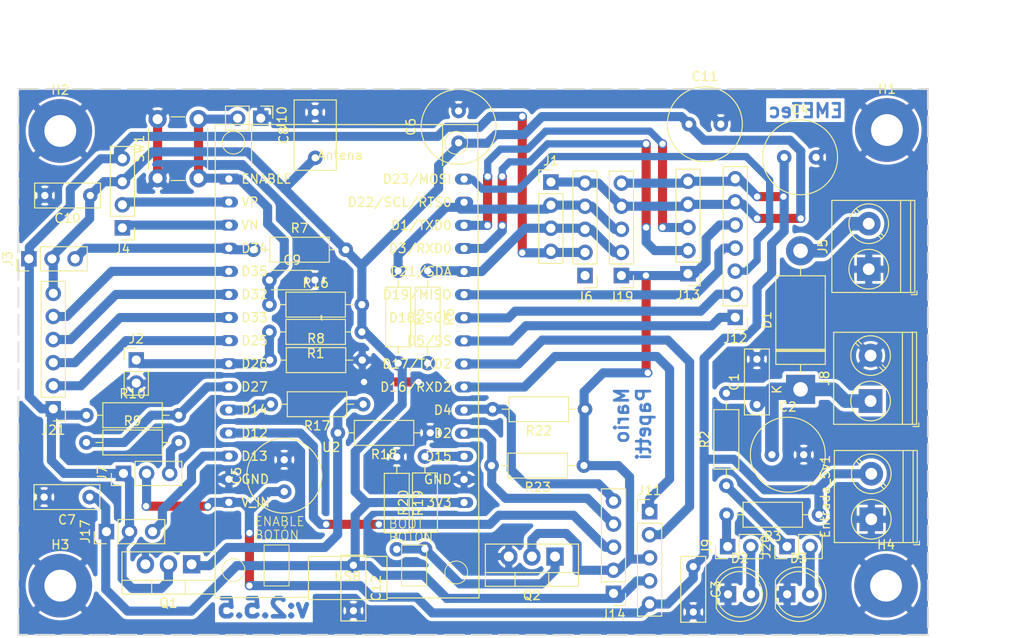
<source format=kicad_pcb>
(kicad_pcb (version 20240108) (generator "pcbnew") (generator_version "8.0")
  (title_block (title "Main Board EME (Estación Meteorológica Estática)") (date "2024-06-17") (rev "1.0") (company "ETec UM (Escuela Técnica de la Universidad de Mendoza).") (comment 1 "Se deja espacio apra agregar disipador al regulador líneal LM7805.") (comment 2 "Se utiliza un ESP32 DOIT DEVKITv1 para dicho proyecto.") (comment 3 "Considerar el layer superior cómo conexión de puentes entre pistas del Bottom.") (comment 4 "Importante considerar pulsador NA con puente interno para el circuito."))
  (layers (0 "F.Cu" signal) (31 "B.Cu" signal) (34 "B.Paste" user) (35 "F.Paste" user) (36 "B.SilkS" user "B.Silkscreen") (37 "F.SilkS" user "F.Silkscreen") (38 "B.Mask" user) (39 "F.Mask" user) (44 "Edge.Cuts" user))
  (net 0 "")
  (net 1 "+BATT")
  (net 2 "GNDREF")
  (net 3 "+5V")
  (net 4 "+3.3V")
  (net 5 "D_hall")
  (net 6 "Net-(D1-A)")
  (net 7 "Net-(D2-A)")
  (net 8 "SCL")
  (net 9 "ADDR")
  (net 10 "DHT22")
  (net 11 "Net-(J9-Pin_1)")
  (net 12 "GND_G1")
  (net 13 "Rest")
  (net 14 "Net-(D3-A)")
  (net 15 "GND_G2")
  (net 16 "RX2")
  (net 17 "KY-004_An")
  (net 18 "KY-004_Dg")
  (net 19 "MQ135_An")
  (net 20 "SDA")
  (net 21 "TX2")
  (net 22 "SS")
  (net 23 "SCK")
  (net 24 "MOSI")
  (net 25 "MISO")
  (net 26 "RX0")
  (net 27 "TX0")
  (net 28 "Y")
  (net 29 "GPIO2")
  (net 30 "Div")
  (net 31 "GPIO4")
  (net 32 "Net-(J20-Pin_1)")
  (net 33 "Net-(Q1-G)")
  (net 34 "Net-(Q2-G)")
  (net 35 "G1")
  (net 36 "G2")
  (net 37 "S0")
  (net 38 "S1")
  (net 39 "S2")
  (net 40 "GPIO12")
  (net 41 "Net-(J7-Pin_3)")
  (footprint "Capacitor_THT:C_Disc_D7.0mm_W2.5mm_P5.00mm" (layer "F.Cu") (at 77.2 107.4 180)
    (property "Reference" "C7")
    (property "Value" "104")
  )
  (footprint "Resistor_THT:R_Axial_DIN0207_L6.3mm_D2.5mm_P10.16mm_Horizontal" (layer "F.Cu") (at 110.97 102.98 -90)
    (property "Reference" "R19")
    (property "Value" "4k7")
  )
  (footprint "Connector_PinHeader_2.54mm:PinHeader_1x05_P2.54mm_Vertical" (layer "F.Cu") (at 142.99 82.835 180)
    (property "Reference" "J13")
    (property "Value" "UART0")
  )
  (footprint "Resistor_THT:R_Axial_DIN0207_L6.3mm_D2.5mm_P10.16mm_Horizontal" (layer "F.Cu") (at 114.65 100.34 180)
    (property "Reference" "R18")
    (property "Value" "4k7")
  )
  (footprint "TerminalBlock_Phoenix:TerminalBlock_Phoenix_PT-1,5-2-5.0-H_1x02_P5.00mm_Horizontal" (layer "F.Cu") (at 163.07 96.84 90)
    (property "Reference" "J8")
    (property "Value" "Baterias")
  )
  (footprint "MountingHole:MountingHole_3.5mm_Pad" (layer "F.Cu") (at 73.97 117.14)
    (property "Reference" "H3")
    (property "Value" "Sujeción")
  )
  (footprint "LED_THT:LED_D5.0mm_Clear" (layer "F.Cu") (at 147.395 118.09)
    (property "Reference" "D2")
    (property "Value" "LED")
  )
  (footprint "Connector_PinHeader_2.54mm:PinHeader_1x02_P2.54mm_Vertical" (layer "F.Cu") (at 82.325 92.325)
    (property "Reference" "J2")
    (property "Value" "volti")
  )
  (footprint "Resistor_THT:R_Axial_DIN0207_L6.3mm_D2.5mm_P10.16mm_Horizontal" (layer "F.Cu") (at 147.21 106.14 90)
    (property "Reference" "R2")
    (property "Value" "1k")
  )
  (footprint "Connector_PinHeader_2.54mm:PinHeader_1x04_P2.54mm_Vertical" (layer "F.Cu") (at 80.8 77.8 180)
    (property "Reference" "J4")
    (property "Value" "Hoja Mojada")
  )
  (footprint "Connector_PinHeader_2.54mm:PinHeader_1x07_P2.54mm_Vertical" (layer "F.Cu") (at 148.19 87.64 180)
    (property "Reference" "J12")
    (property "Value" "SPI_CONN")
  )
  (footprint "Resistor_THT:R_Axial_DIN0207_L6.3mm_D2.5mm_P10.16mm_Horizontal" (layer "F.Cu") (at 114.37 82.52 -90)
    (property "Reference" "R6")
    (property "Value" "10k")
  )
  (footprint "Connector_PinHeader_2.54mm:PinHeader_1x02_P2.54mm_Vertical" (layer "F.Cu") (at 96.01 65.74 -90)
    (property "Reference" "J10")
    (property "Value" "Reset")
  )
  (footprint "LED_THT:LED_D5.0mm_Clear" (layer "F.Cu") (at 153.895 118.09)
    (property "Reference" "D3")
    (property "Value" "LED")
  )
  (footprint "Capacitor_THT:C_Disc_D7.5mm_W4.4mm_P5.00mm" (layer "F.Cu") (at 102 70.1 90)
    (property "Reference" "C8")
    (property "Value" "104")
  )
  (footprint "Capacitor_THT:C_Radial_D8.0mm_H7.0mm_P3.50mm" (layer "F.Cu") (at 117.77 68.44 90)
    (property "Reference" "C6")
    (property "Value" "22uF")
  )
  (footprint "Connector_PinHeader_2.54mm:PinHeader_1x02_P2.54mm_Vertical" (layer "F.Cu") (at 153.88 112.84 90)
    (property "Reference" "J20")
    (property "Value" "Jumper")
  )
  (footprint "TerminalBlock_Phoenix:TerminalBlock_Phoenix_PT-1,5-2-5.0-H_1x02_P5.00mm_Horizontal" (layer "F.Cu") (at 163.145 109.84 90)
    (property "Reference" "Entrada_5v1")
    (property "Value" "5v")
  )
  (footprint "Resistor_THT:R_Axial_DIN0207_L6.3mm_D2.5mm_P10.16mm_Horizontal" (layer "F.Cu") (at 97.01 92.34)
    (property "Reference" "R8")
    (property "Value" "180k")
  )
  (footprint "Connector_PinHeader_2.54mm:PinHeader_1x03_P2.54mm_Vertical" (layer "F.Cu") (at 80.92 104.8 90)
    (property "Reference" "J7")
    (property "Value" "MQ135")
  )
  (footprint "Resistor_THT:R_Axial_DIN0207_L6.3mm_D2.5mm_P10.16mm_Horizontal" (layer "F.Cu") (at 107.28 97.19 180)
    (property "Reference" "R17")
    (property "Value" "1k")
  )
  (footprint "Connector_PinHeader_2.54mm:PinHeader_1x05_P2.54mm_Vertical" (layer "F.Cu") (at 134.8 117.99 180)
    (property "Reference" "J14")
    (property "Value" "GPIO's")
  )
  (footprint "Connector_PinHeader_2.54mm:PinHeader_1x05_P2.54mm_Vertical" (layer "F.Cu") (at 131.67 83.04 180)
    (property "Reference" "J6")
    (property "Value" "BH1750")
  )
  (footprint "MountingHole:MountingHole_3.5mm_Pad" (layer "F.Cu") (at 164.77 117.14)
    (property "Reference" "H4")
    (property "Value" "Sujeción")
  )
  (footprint "Resistor_THT:R_Axial_DIN0207_L6.3mm_D2.5mm_P10.16mm_Horizontal" (layer "F.Cu") (at 157.395 109.34 180)
    (property "Reference" "R3")
    (property "Value" "1k")
  )
  (footprint "Resistor_THT:R_Axial_DIN0207_L6.3mm_D2.5mm_P10.16mm_Horizontal" (layer "F.Cu") (at 76.84 101.4)
    (property "Reference" "R9")
    (property "Value" "12k")
  )
  (footprint "Capacitor_THT:C_Radial_D8.0mm_H11.5mm_P3.50mm" (layer "F.Cu") (at 153.57 70.04)
    (property "Reference" "C4")
    (property "Value" "220uF")
  )
  (footprint "Resistor_THT:R_Axial_DIN0207_L6.3mm_D2.5mm_P10.16mm_Horizontal" (layer "F.Cu") (at 76.84 98.4)
    (property "Reference" "R10")
    (property "Value" "22k")
  )
  (footprint "Package_TO_SOT_THT:TO-220-3_Vertical" (layer "F.Cu") (at 88.41 114.795 180)
    (property "Reference" "Q1")
    (property "Value" "IRF540N")
  )
  (footprint "Button_Switch_THT:SW_PUSH_6mm_H8mm" (layer "F.Cu") (at 84.67 72.34 90)
    (property "Reference" "SW1")
    (property "Value" "Enable")
  )
  (footprint "Resistor_THT:R_Axial_DIN0207_L6.3mm_D2.5mm_P10.16mm_Horizontal" (layer "F.Cu") (at 107.13 89.24 180)
    (property "Reference" "R1")
    (property "Value" "1M")
  )
  (footprint "Capacitor_THT:C_Disc_D7.0mm_W2.5mm_P5.00mm" (layer "F.Cu") (at 106.2 114.9 -90)
    (property "Reference" "C12")
    (property "Value" "104")
  )
  (footprint "Resistor_THT:R_Axial_DIN0207_L6.3mm_D2.5mm_P10.16mm_Horizontal" (layer "F.Cu") (at 96.97 86.24)
    (property "Reference" "R16")
    (property "Value" "10k")
  )
  (footprint "Connector_PinHeader_2.54mm:PinHeader_1x03_P2.54mm_Vertical" (layer "F.Cu") (at 70.52 81.2 90)
    (property "Reference" "J3")
    (property "Value" "DHT22")
  )
  (footprint "Capacitor_THT:C_Radial_D8.0mm_H11.5mm_P3.50mm" (layer "F.Cu") (at 152.22 102.74)
    (property "Reference" "C2")
    (property "Value" "220uF")
  )
  (footprint "Capacitor_THT:C_Disc_D7.0mm_W2.5mm_P5.00mm" (layer "F.Cu") (at 150.57 97.24 90)
    (property "Reference" "C1")
    (property "Value" "104")
  )
  (footprint "Capacitor_THT:C_Radial_D8.0mm_H7.0mm_P3.50mm" (layer "F.Cu") (at 143.1 66.4)
    (property "Reference" "C11")
    (property "Value" "22uF")
  )
  (footprint "Connector_PinHeader_2.54mm:PinHeader_1x05_P2.54mm_Vertical" (layer "F.Cu") (at 138.77 109)
    (property "Reference" "J11")
    (property "Value" "UART2")
  )
  (footprint "Connector_PinHeader_2.54mm:PinHeader_1x06_P2.54mm_Vertical" (layer "F.Cu") (at 73.2 97.7 180)
    (property "Reference" "J21")
    (property "Value" "veleta")
  )
  (footprint "MountingHole:MountingHole_3.5mm_Pad" (layer "F.Cu") (at 164.87 67.04)
    (property "Reference" "H1")
    (property "Value" "Sujeción")
  )
  (footprint "TerminalBlock_Phoenix:TerminalBlock_Phoenix_PT-1,5-2-5.0-H_1x02_P5.00mm_Horizontal" (layer "F.Cu") (at 162.87 82.34 90)
    (property "Reference" "J5")
    (property "Value" "PanelSolar")
  )
  (footprint "Connector_PinHeader_2.54mm:PinHeader_1x05_P2.54mm_Vertical" (layer "F.Cu") (at 135.67 83.04 180)
    (property "Reference" "J19")
    (property "Value" "I2C")
  )
  (footprint "Connector_PinHeader_2.54mm:PinHeader_1x02_P2.54mm_Vertical" (layer "F.Cu") (at 147.355 112.84 90)
    (property "Reference" "J9")
    (property "Value" "Jumper")
  )
  (footprint "Resistor_THT:R_Axial_DIN0207_L6.3mm_D2.5mm_P10.16mm_Horizontal" (layer "F.Cu") (at 114.07 113.1 90)
    (property "Reference" "R20")
    (property "Value" "1k")
  )
  (footprint "Resistor_THT:R_Axial_DIN0207_L6.3mm_D2.5mm_P10.16mm_Horizontal" (layer "F.Cu") (at 131.67 97.74 180)
    (property "Reference" "R22")
    (property "Value" "4k7")
  )
  (footprint "Capacitor_THT:C_Radial_D8.0mm_H7.0mm_P3.50mm" (layer "F.Cu") (at 98.6 106.8 90)
    (property "Reference" "C5")
    (property "Value" "22uF")
  )
  (footprint "Package_TO_SOT_THT:TO-220-3_Vertical" (layer "F.Cu") (at 128.37 113.94 180)
    (property "Reference" "Q2")
    (property "Value" "IRF540N")
  )
  (footprint "Diode_THT:D_DO-201AD_P15.24mm_Horizontal" (layer "F.Cu") (at 155.37 95.56 90)
    (property "Reference" "D1")
    (property "Value" "1N5400")
  )
  (footprint "Resistor_THT:R_Axial_DIN0207_L6.3mm_D2.5mm_P10.16mm_Horizontal" (layer "F.Cu") (at 111.12 82.52 -90)
    (property "Reference" "R5")
    (property "Value" "10k")
  )
  (footprint "Resistor_THT:R_Axial_DIN0207_L6.3mm_D2.5mm_P10.16mm_Horizontal" (layer "F.Cu") (at 95.2 80.2)
    (property "Reference" "R7")
    (property "Value" "5k1")
  )
  (footprint "Capacitor_THT:C_Disc_D7.0mm_W2.5mm_P5.00mm" (layer "F.Cu") (at 143.57 115.04 -90)
    (property "Reference" "C3")
    (property "Value" "104")
  )
  (footprint "Librerias:ESP32-DevKit_V1" (layer "F.Cu") (at 92.508 72.42)
    (property "Reference" "U2")
    (property "Value" "~")
  )
  (footprint "Capacitor_THT:C_Disc_D4.3mm_W1.9mm_P5.00mm" (layer "F.Cu") (at 96.97 83.54)
    (property "Reference" "C9")
    (property "Value" "104")
  )
  (footprint "Capacitor_THT:C_Disc_D7.0mm_W2.5mm_P5.00mm" (layer "F.Cu") (at 77.27 74.24 180)
    (property "Reference" "C10")
    (property "Value" "104")
  )
  (footprint "Resistor_THT:R_Axial_DIN0207_L6.3mm_D2.5mm_P10.16mm_Horizontal" (layer "F.Cu") (at 131.55 103.94 180)
    (property "Reference" "R23")
    (property "Value" "4k7")
  )
  (footprint "Connector_PinHeader_2.54mm:PinHeader_1x03_P2.54mm_Vertical" (layer "F.Cu") (at 79.045 111.2 90)
    (property "Reference" "J17")
    (property "Value" "Anemómetro")
  )
  (footprint "MountingHole:MountingHole_3.5mm_Pad" (layer "F.Cu") (at 73.97 67.14)
    (property "Reference" "H2")
    (property "Value" "Sujeción")
  )
  (footprint "Connector_PinHeader_2.54mm:PinHeader_1x04_P2.54mm_Vertical" (layer "F.Cu") (at 127.92 72.76)
    (property "Reference" "J1")
    (property "Value" "BMP180")
  )
  (gr_rect (start 69.37 62.54) (end 169.37 122.54) (stroke (width 0.2) (type dash)) (fill none) (layer "Edge.Cuts"))
  (gr_text "EMETec" (at 160.2 65.8 0) (layer "B.Cu") (effects (font (size 1.5 1.5) (thickness 0.3) (bold yes)) (justify left bottom mirror)))
  (gr_text "Mario\nPapetti" (at 139 95.2 90) (layer "B.Cu") (effects (font (size 1.5 1.5) (thickness 0.3) (bold yes)) (justify left bottom mirror)))
  (gr_text "v:2.5.5" (at 101.69 120.78 0) (layer "B.Cu") (effects (font (size 2 2) (thickness 0.5) (bold yes)) (justify left bottom mirror)))
  (segment (start 160.27 96.84) (end 158.99 95.56) (width 1.5) (layer "B.Cu") (net 1))
  (segment (start 154.95 95.98) (end 155.37 95.56) (width 1.5) (layer "B.Cu") (net 1))
  (segment (start 163.07 96.84) (end 160.27 96.84) (width 1.5) (layer "B.Cu") (net 1))
  (segment (start 152.22 95.59) (end 152.22 102.74) (width 1.5) (layer "B.Cu") (net 1))
  (segment (start 155.37 95.56) (end 152.25 95.56) (width 1.5) (layer "B.Cu") (net 1))
  (segment (start 147.21 95.98) (end 154.95 95.98) (width 1.5) (layer "B.Cu") (net 1))
  (segment (start 152.25 95.56) (end 150.57 97.24) (width 1.5) (layer "B.Cu") (net 1))
  (segment (start 158.99 95.56) (end 155.37 95.56) (width 1.5) (layer "B.Cu") (net 1))
  (segment (start 152.25 95.56) (end 152.22 95.59) (width 1.5) (layer "B.Cu") (net 1))
  (segment (start 84.67 65.84) (end 84.67 72.34) (width 1) (layer "F.Cu") (net 2))
  (segment (start 113.37 94.74) (end 107.37 94.74) (width 1) (layer "F.Cu") (net 2))
  (via (at 113.37 94.74) (size 1) (drill 0.7) (layers "F.Cu" "B.Cu") (net 2))
  (via (at 107.37 94.74) (size 1) (drill 0.7) (layers "F.Cu" "B.Cu") (net 2))
  (segment (start 150.59 74.36) (end 153.49 74.36) (width 1) (layer "F.Cu") (net 3))
  (segment (start 83.4 108.4) (end 90.2 108.4) (width 1) (layer "F.Cu") (net 3))
  (segment (start 94.77 111.34) (end 94.77 117.14) (width 1) (layer "F.Cu") (net 3))
  (via (at 153.49 74.36) (size 1) (drill 0.7) (layers "F.Cu" "B.Cu") (net 3))
  (via (at 150.59 74.36) (size 1) (drill 0.7) (layers "F.Cu" "B.Cu") (net 3))
  (via (at 94.77 117.14) (size 1) (drill 0.7) (layers "F.Cu" "B.Cu") (net 3))
  (via (at 90.2 108.4) (size 1) (drill 0.7) (layers "F.Cu" "B.Cu") (net 3))
  (via (at 83.4 108.4) (size 1) (drill 0.7) (layers "F.Cu" "B.Cu") (net 3))
  (via (at 94.77 111.34) (size 1) (drill 0.7) (layers "F.Cu" "B.Cu") (net 3))
  (segment (start 144.77 102.99) (end 144.77 113.84) (width 1) (layer "B.Cu") (net 3))
  (segment (start 83.4 108.4) (end 83.46 108.34) (width 1) (layer "B.Cu") (net 3))
  (segment (start 106.94 117.14) (end 108.2 118.4) (width 1) (layer "B.Cu") (net 3))
  (segment (start 108.2 118.4) (end 113.13 118.4) (width 1) (layer "B.Cu") (net 3))
  (segment (start 152.19 82.76) (end 152.19 79.56) (width 1) (layer "B.Cu") (net 3))
  (segment (start 152.19 79.56) (end 153.57 78.18) (width 1) (layer "B.Cu") (net 3))
  (segment (start 146.97 89.94) (end 149.17 89.94) (width 1) (layer "B.Cu") (net 3))
  (segment (start 143.57 116.34) (end 140.75 119.16) (width 1) (layer "B.Cu") (net 3))
  (segment (start 144.77 92.14) (end 146.97 89.94) (width 1) (layer "B.Cu") (net 3))
  (segment (start 153.57 74.44) (end 153.49 74.36) (width 1) (layer "B.Cu") (net 3))
  (segment (start 137.79 120.14) (end 138.77 119.16) (width 1) (layer "B.Cu") (net 3))
  (segment (start 148.63 72.4) (end 150.59 74.36) (width 1) (layer "B.Cu") (net 3))
  (segment (start 148.63 72.4) (end 148.99 72.76) (width 1) (layer "B.Cu") (net 3))
  (segment (start 92.508 107.98) (end 94.01 107.98) (width 1) (layer "B.Cu") (net 3))
  (segment (start 150.59 88.52) (end 150.59 84.36) (width 1) (layer "B.Cu") (net 3))
  (segment (start 148.19 72.4) (end 148.63 72.4) (width 1) (layer "B.Cu") (net 3))
  (segment (start 135.67 72.88) (end 142.785 72.88) (width 1) (layer "B.Cu") (net 3))
  (segment (start 140.75 119.16) (end 138.77 119.16) (width 1) (layer "B.Cu") (net 3))
  (segment (start 94.77 111.34) (end 94.77 108.93) (width 1) (layer "B.Cu") (net 3))
  (segment (start 143.57 115.04) (end 143.57 116.34) (width 1) (layer "B.Cu") (net 3))
  (segment (start 153.49 74.36) (end 153.57 74.28) (width 1) (layer "B.Cu") (net 3))
  (segment (start 90.62 107.98) (end 90.2 108.4) (width 1) (layer "B.Cu") (net 3))
  (segment (start 142.785 72.88) (end 142.99 72.675) (width 1) (layer "B.Cu") (net 3))
  (segment (start 157.395 109.34) (end 157.395 106.405) (width 1) (layer "B.Cu") (net 3))
  (segment (start 150.59 84.36) (end 152.19 82.76) (width 1) (layer "B.Cu") (net 3))
  (segment (start 149.17 89.94) (end 150.59 88.52) (width 1) (layer "B.Cu") (net 3))
  (segment (start 83.46 108.34) (end 83.46 104.8) (width 1) (layer "B.Cu") (net 3))
  (segment (start 148.045 103.24) (end 151.405 106.6) (width 1) (layer "B.Cu") (net 3))
  (segment (start 113.13 118.4) (end 114.87 120.14) (width 1) (layer "B.Cu") (net 3))
  (segment (start 94.77 117.14) (end 106.94 117.14) (width 1) (layer "B.Cu") (net 3))
  (segment (start 94.01 107.98) (end 94.77 108.74) (width 1) (layer "B.Cu") (net 3))
  (segment (start 94.77 108.93) (end 96.9 106.8) (width 1) (layer "B.Cu") (net 3))
  (segment (start 145.02 103.24) (end 148.045 103.24) (width 1) (layer "B.Cu") (net 3))
  (segment (start 158.96 104.84) (end 163.145 104.84) (width 1) (layer "B.Cu") (net 3))
  (segment (start 144.77 102.99) (end 145.02 103.24) (width 1) (layer "B.Cu") (net 3))
  (segment (start 157.395 106.6) (end 157.395 109.34) (width 1) (layer "B.Cu") (net 3))
  (segment (start 144.77 102.99) (end 144.77 92.14) (width 1) (layer "B.Cu") (net 3))
  (segment (start 96.9 106.8) (end 98.6 106.8) (width 1) (layer "B.Cu") (net 3))
  (segment (start 151.405 106.6) (end 157.395 106.6) (width 1) (layer "B.Cu") (net 3))
  (segment (start 157.395 106.405) (end 158.96 104.84) (width 1) (layer "B.Cu") (net 3))
  (segment (start 147.915 72.675) (end 148.19 72.4) (width 1) (layer "B.Cu") (net 3))
  (segment (start 153.57 74.28) (end 153.57 70.04) (width 1) (layer "B.Cu") (net 3))
  (segment (start 114.87 120.14) (end 137.79 120.14) (width 1) (layer "B.Cu") (net 3))
  (segment (start 153.57 78.18) (end 153.57 74.44) (width 1) (layer "B.Cu") (net 3))
  (segment (start 94.77 108.74) (end 94.77 111.34) (width 1) (layer "B.Cu") (net 3))
  (segment (start 144.77 113.84) (end 143.57 115.04) (width 1) (layer "B.Cu") (net 3))
  (segment (start 142.99 72.675) (end 147.915 72.675) (width 1) (layer "B.Cu") (net 3))
  (segment (start 92.508 107.98) (end 90.62 107.98) (width 1) (layer "B.Cu") (net 3))
  (segment (start 150.59 76.76) (end 155.39 76.76) (width 1) (layer "F.Cu") (net 4))
  (via (at 155.39 76.76) (size 1) (drill 0.7) (layers "F.Cu" "B.Cu") (net 4))
  (via (at 150.59 76.76) (size 1) (drill 0.7) (layers "F.Cu" "B.Cu") (net 4))
  (segment (start 135.67 75.42) (end 142.785 75.42) (width 1) (layer "B.Cu") (net 4))
  (segment (start 137.38 116.62) (end 138.77 116.62) (width 1) (layer "B.Cu") (net 4))
  (segment (start 142.785 75.42) (end 142.99 75.215) (width 1) (layer "B.Cu") (net 4))
  (segment (start 84.08 69.44) (end 94.57 69.44) (width 1) (layer "B.Cu") (net 4))
  (segment (start 77.2 107.4) (end 77.8 107.4) (width 1) (layer "B.Cu") (net 4))
  (segment (start 81.37 119.94) (end 88.37 119.94) (width 1) (layer "B.Cu") (net 4))
  (segment (start 73.2 81.34) (end 73.06 81.2) (width 1) (layer "B.Cu") (net 4))
  (segment (start 120.92 68.49) (end 117.77 68.49) (width 1) (layer "B.Cu") (net 4))
  (segment (start 142.99 75.215) (end 147.915 75.215) (width 1) (layer "B.Cu") (net 4))
  (segment (start 143.1 66.4) (end 142.26 65.56) (width 1) (layer "B.Cu") (net 4))
  (segment (start 78.97 108.57) (end 78.97 117.54) (width 1) (layer "B.Cu") (net 4))
  (segment (start 107.47 89.24) (end 107.13 89.24) (width 1) (layer "B.Cu") (net 4))
  (segment (start 111.57 93.34) (end 107.47 89.24) (width 1) (layer "B.Cu") (net 4))
  (segment (start 107.13 84.54) (end 107.13 89.24) (width 1) (layer "B.Cu") (net 4))
  (segment (start 106.4 109.4) (end 107.8 108) (width 1) (layer "B.Cu") (net 4))
  (segment (start 77.8 107.4) (end 78.97 108.57) (width 1) (layer "B.Cu") (net 4))
  (segment (start 126.95 65.56) (end 124.97 67.54) (width 1) (layer "B.Cu") (net 4))
  (segment (start 118.27 108.1) (end 118.37 108) (width 1) (layer "B.Cu") (net 4))
  (segment (start 131.67 72.88) (end 133.13 72.88) (width 1) (layer "B.Cu") (net 4))
  (segment (start 115.57 70.94) (end 115.57 73.46) (width 1) (layer "B.Cu") (net 4))
  (segment (start 107.94 114.94) (end 109 116) (width 1) (layer "B.Cu") (net 4))
  (segment (start 77.2 74.31) (end 77.27 74.24) (width 1) (layer "B.Cu") (net 4))
  (segment (start 78.79 72.72) (end 77.27 74.24) (width 1) (layer "B.Cu") (net 4))
  (segment (start 113.93 116) (end 116.47 118.54) (width 1) (layer "B.Cu") (net 4))
  (segment (start 117.77 68.49) (end 117.77 68.74) (width 1) (layer "B.Cu") (net 4))
  (segment (start 127.92 72.76) (end 131.55 72.76) (width 1) (layer "B.Cu") (net 4))
  (segment (start 94.57 69.44) (end 98.665 73.535) (width 1) (layer "B.Cu") (net 4))
  (segment (start 107.8 108) (end 108.6 108) (width 1) (layer "B.Cu") (net 4))
  (segment (start 98.665 73.435) (end 98.665 73.535) (width 1) (layer "B.Cu") (net 4))
  (segment (start 117.77 68.74) (end 115.57 70.94) (width 1) (layer "B.Cu") (net 4))
  (segment (start 102 70.1) (end 98.665 73.435) (width 1) (layer "B.Cu") (net 4))
  (segment (start 98.665 73.535) (end 107.03 81.9) (width 1) (layer "B.Cu") (net 4))
  (segment (start 143.1 66.5) (end 143.1 66.4) (width 1) (layer "B.Cu") (net 4))
  (segment (start 107.13 81.9) (end 107.13 82.54) (width 1) (layer "B.Cu") (net 4))
  (segment (start 73.06 80.94) (end 77.2 76.8) (width 1) (layer "B.Cu") (net 4))
  (segment (start 93.37 114.94) (end 107.94 114.94) (width 1) (layer "B.Cu") (net 4))
  (segment (start 106.4 114.94) (end 106.4 109.4) (width 1) (layer "B.Cu") (net 4))
  (segment (start 77.2 76.8) (end 77.2 74.31) (width 1) (layer "B.Cu") (net 4))
  (segment (start 133.13 72.88) (end 135.67 75.42) (width 1) (layer "B.Cu") (net 4))
  (segment (start 116.47 118.54) (end 135.46 118.54) (width 1) (layer "B.Cu") (net 4))
  (segment (start 131.55 72.76) (end 131.67 72.88) (width 1) (layer "B.Cu") (net 4))
  (segment (start 148.41 75.16) (end 148.99 75.16) (width 1) (layer "B.Cu") (net 4))
  (segment (start 73.2 85) (end 73.2 81.34) (width 1) (layer "B.Cu") (net 4))
  (segment (start 80.8 72.72) (end 84.08 69.44) (width 1) (layer "B.Cu") (net 4))
  (segment (start 155.39 69.36) (end 154.19 68.16) (width 1) (layer "B.Cu") (net 4))
  (segment (start 111.57 97.23) (end 111.57 93.34) (width 1) (layer "B.Cu") (net 4))
  (segment (start 107.6 108) (end 106.4 106.8) (width 1) (layer "B.Cu") (net 4))
  (segment (start 154.19 68.16) (end 144.76 68.16) (width 1) (layer "B.Cu") (net 4))
  (segment (start 107.13 82.54) (end 107.13 84.54) (width 1) (layer "B.Cu") (net 4))
  (segment (start 115.57 73.46) (end 107.13 81.9) (width 1) (layer "B.Cu") (net 4))
  (segment (start 106.4 106.8) (end 106.4 102.4) (width 1) (layer "B.Cu") (net 4))
  (segment (start 78.97 117.54) (end 81.37 119.94) (width 1) (layer "B.Cu") (net 4))
  (segment (start 135.46 118.54) (end 137.38 116.62) (width 1) (layer "B.Cu") (net 4))
  (segment (start 147.915 75.215) (end 148.19 74.94) (width 1) (layer "B.Cu") (net 4))
  (segment (start 107.94 114.94) (end 106.4 114.94) (width 1) (layer "B.Cu") (net 4))
  (segment (start 109 116) (end 113.93 116) (width 1) (layer "B.Cu") (net 4))
  (segment (start 144.76 68.16) (end 143.1 66.5) (width 1) (layer "B.Cu") (net 4))
  (segment (start 106.4 102.4) (end 111.57 97.23) (width 1) (layer "B.Cu") (net 4))
  (segment (start 155.39 76.76) (end 155.39 69.36) (width 1) (layer "B.Cu") (net 4))
  (segment (start 88.37 119.94) (end 93.37 114.94) (width 1) (layer "B.Cu") (net 4))
  (segment (start 148.99 75.16) (end 150.59 76.76) (width 1) (layer "B.Cu") (net 4))
  (segment (start 108.6 108) (end 107.6 108) (width 1) (layer "B.Cu") (net 4))
  (segment (start 124.97 67.54) (end 121.87 67.54) (width 1) (layer "B.Cu") (net 4))
  (segment (start 118.37 108) (end 109.63 108) (width 1) (layer "B.Cu") (net 4))
  (segment (start 114.37 92.68) (end 111.12 92.68) (width 1) (layer "B.Cu") (net 4))
  (segment (start 142.26 65.56) (end 126.95 65.56) (width 1) (layer "B.Cu") (net 4))
  (segment (start 80.8 72.72) (end 78.79 72.72) (width 1) (layer "B.Cu") (net 4))
  (segment (start 73.06 81.2) (end 73.06 80.94) (width 1) (layer "B.Cu") (net 4))
  (segment (start 121.87 67.54) (end 120.92 68.49) (width 1) (layer "B.Cu") (net 4))
  (segment (start 148.19 74.94) (end 148.41 75.16) (width 1) (layer "B.Cu") (net 4))
  (segment (start 107.03 81.9) (end 107.13 81.9) (width 1) (layer "B.Cu") (net 4))
  (segment (start 108.6 108) (end 109.63 108) (width 1) (layer "B.Cu") (net 4))
  (segment (start 88.4 104.2) (end 89.7 102.9) (width 1) (layer "B.Cu") (net 5))
  (segment (start 88.4 105.6) (end 88.4 104.2) (width 1) (layer "B.Cu") (net 5))
  (segment (start 85.2 110.125) (end 85.2 108.8) (width 1) (layer "B.Cu") (net 5))
  (segment (start 89.7 102.9) (end 92.508 102.9) (width 1) (layer "B.Cu") (net 5))
  (segment (start 92.628 102.78) (end 92.508 102.9) (width 1) (layer "B.Cu") (net 5))
  (segment (start 85.2 108.8) (end 88.4 105.6) (width 1) (layer "B.Cu") (net 5))
  (segment (start 84.125 111.2) (end 85.2 110.125) (width 1) (layer "B.Cu") (net 5))
  (segment (start 157.79 80.32) (end 160.77 77.34) (width 1.5) (layer "B.Cu") (net 6))
  (segment (start 155.37 80.32) (end 157.79 80.32) (width 1.5) (layer "B.Cu") (net 6))
  (segment (start 160.77 77.34) (end 162.87 77.34) (width 1.5) (layer "B.Cu") (net 6))
  (segment (start 149.895 112.84) (end 149.895 118.05) (width 1) (layer "B.Cu") (net 7))
  (segment (start 149.895 118.05) (end 149.935 118.09) (width 1) (layer "B.Cu") (net 7))
  (segment (start 117.81 75.54) (end 118.01 75.74) (width 1) (layer "B.Cu") (net 8))
  (segment (start 118.01 75.74) (end 127.48 75.74) (width 1) (layer "B.Cu") (net 8))
  (segment (start 127.92 75.3) (end 131.55 75.3) (width 1) (layer "B.Cu") (net 8))
  (segment (start 117.81 75.54) (end 116.37 75.54) (width 1) (layer "B.Cu") (net 8))
  (segment (start 131.55 75.3) (end 131.67 75.42) (width 1) (layer "B.Cu") (net 8))
  (segment (start 116.37 75.54) (end 111.12 80.79) (width 1) (layer "B.Cu") (net 8))
  (segment (start 127.48 75.74) (end 127.92 75.3) (width 1) (layer "B.Cu") (net 8))
  (segment (start 111.12 80.79) (end 111.12 82.52) (width 1) (layer "B.Cu") (net 8))
  (segment (start 131.67 75.42) (end 132.41 75.42) (width 1) (layer "B.Cu") (net 8))
  (segment (start 134.95 77.96) (end 135.67 77.96) (width 1) (layer "B.Cu") (net 8))
  (segment (start 118.37 74.98) (end 117.81 75.54) (width 1) (layer "B.Cu") (net 8))
  (segment (start 132.41 75.42) (end 134.95 77.96) (width 1) (layer "B.Cu") (net 8))
  (segment (start 92.668 80.2) (end 92.508 80.04) (width 1) (layer "B.Cu") (net 10))
  (segment (start 92.508 80.04) (end 76.76 80.04) (width 1) (layer "B.Cu") (net 10))
  (segment (start 95.2 80.2) (end 92.668 80.2) (width 1) (layer "B.Cu") (net 10))
  (segment (start 76.76 80.04) (end 75.6 81.2) (width 1) (layer "B.Cu") (net 10))
  (segment (start 147.235 109.34) (end 147.235 112.72) (width 1) (layer "B.Cu") (net 11))
  (segment (start 147.235 112.72) (end 147.355 112.84) (width 1) (layer "B.Cu") (net 11))
  (segment (start 124.77 80.54) (end 124.77 65.54) (width 1) (layer "F.Cu") (net 12))
  (via (at 124.77 65.54) (size 1) (drill 0.7) (layers "F.Cu" "B.Cu") (net 12))
  (via (at 124.77 80.54) (size 1) (drill 0.7) (layers "F.Cu" "B.Cu") (net 12))
  (segment (start 70.57 96.37) (end 71.9 97.7) (width 1) (layer "B.Cu") (net 12))
  (segment (start 80.77 116.34) (end 81.87 117.44) (width 1) (layer "B.Cu") (net 12))
  (segment (start 81.585 111.925) (end 80.77 112.74) (width 1) (layer "B.Cu") (net 12))
  (segment (start 131.67 80.5) (end 128.04 80.5) (width 1) (layer "B.Cu") (net 12))
  (segment (start 127.76 80.54) (end 124.77 80.54) (width 1) (layer "B.Cu") (net 12))
  (segment (start 85.87 116.64) (end 85.87 114.795) (width 1) (layer "B.Cu") (net 12))
  (segment (start 124.77 65.54) (end 121.266081 65.54) (width 1) (layer "B.Cu") (net 12))
  (segment (start 127.92 80.38) (end 127.76 80.54) (width 1) (layer "B.Cu") (net 12))
  (segment (start 78.41 70.2) (end 75.07 73.54) (width 1) (layer "B.Cu") (net 12))
  (segment (start 75.07 75.43) (end 70.57 79.93) (width 1) (layer "B.Cu") (net 12))
  (segment (start 80.77 112.74) (end 80.77 116.34) (width 1) (layer "B.Cu") (net 12))
  (segment (start 74.4 104.8) (end 80.8 104.8) (width 1) (layer "B.Cu") (net 12))
  (segment (start 80.37 70.2) (end 78.41 70.2) (width 1) (layer "B.Cu") (net 12))
  (segment (start 120.066081 66.74) (end 116.471119 66.74) (width 1) (layer "B.Cu") (net 12))
  (segment (start 73 103.4) (end 74.4 104.8) (width 1) (layer "B.Cu") (net 12))
  (segment (start 70.57 79.93) (end 70.57 96.37) (width 1) (layer "B.Cu") (net 12))
  (segment (start 71.9 97.7) (end 73 97.7) (width 1) (layer "B.Cu") (net 12))
  (segment (start 81.585 105.585) (end 81.585 111.925) (width 1) (layer "B.Cu") (net 12))
  (segment (start 76.84 98.4) (end 73.9 98.4) (width 1) (layer "B.Cu") (net 12))
  (segment (start 75.07 73.54) (end 75.07 75.43) (width 1) (layer "B.Cu") (net 12))
  (segment (start 116.471119 66.74) (end 115.471119 67.74) (width 1) (layer "B.Cu") (net 12))
  (segment (start 73.9 98.4) (end 73.2 97.7) (width 1) (layer "B.Cu") (net 12))
  (segment (start 128.04 80.5) (end 127.92 80.38) (width 1) (layer "B.Cu") (net 12))
  (segment (start 81.87 117.44) (end 85.07 117.44) (width 1) (layer "B.Cu") (net 12))
  (segment (start 80.37 69.24) (end 80.37 70.2) (width 1) (layer "B.Cu") (net 12))
  (segment (start 81.87 67.74) (end 80.37 69.24) (width 1) (layer "B.Cu") (net 12))
  (segment (start 80.8 104.8) (end 81.585 105.585) (width 1) (layer "B.Cu") (net 12))
  (segment (start 73 97.7) (end 73 103.4) (width 1) (layer "B.Cu") (net 12))
  (segment (start 85.07 117.44) (end 85.87 116.64) (width 1) (layer "B.Cu") (net 12))
  (segment (start 121.266081 65.54) (end 120.066081 66.74) (width 1) (layer "B.Cu") (net 12))
  (segment (start 115.471119 67.74) (end 81.87 67.74) (width 1) (layer "B.Cu") (net 12))
  (segment (start 89.17 65.84) (end 89.17 72.34) (width 1) (layer "F.Cu") (net 13))
  (segment (start 92.508 72.42) (end 92.428 72.34) (width 1) (layer "B.Cu") (net 13))
  (segment (start 96.97 83.54) (end 96.97 86.24) (width 1) (layer "B.Cu") (net 13))
  (segment (start 96.77 75.54) (end 96.77 77.37) (width 1) (layer "B.Cu") (net 13))
  (segment (start 96.77 77.37) (end 98.6 79.2) (width 1) (layer "B.Cu") (net 13))
  (segment (start 92.508 72.42) (end 93.65 72.42) (width 1) (layer "B.Cu") (net 13))
  (segment (start 93.65 72.42) (end 96.77 75.54) (width 1) (layer "B.Cu") (net 13))
  (segment (start 93.405 65.84) (end 93.505 65.94) (width 1) (layer "B.Cu") (net 13))
  (segment (start 89.17 65.84) (end 93.405 65.84) (width 1) (layer "B.Cu") (net 13))
  (segment (start 96.97 86.24) (end 96.77 86.04) (width 1) (layer "B.Cu") (net 13))
  (segment (start 92.428 72.34) (end 89.17 72.34) (width 1) (layer "B.Cu") (net 13))
  (segment (start 98.6 81.91) (end 96.97 83.54) (width 1) (layer "B.Cu") (net 13))
  (segment (start 98.6 79.2) (end 98.6 81.91) (width 1) (layer "B.Cu") (net 13))
  (segment (start 156.435 112.855) (end 156.42 112.84) (width 1) (layer "B.Cu") (net 14))
  (segment (start 156.435 118.09) (end 156.435 112.855) (width 1) (layer "B.Cu") (net 14))
  (segment (start 138.39 93.56) (end 138.39 83.04) (width 1) (layer "F.Cu") (net 15))
  (segment (start 138.57 93.74) (end 138.39 93.56) (width 1) (layer "F.Cu") (net 15))
  (via (at 138.37 83.04) (size 1) (drill 0.7) (layers "F.Cu" "B.Cu") (net 15))
  (via (at 138.57 93.74) (size 1) (drill 0.7) (layers "F.Cu" "B.Cu") (net 15))
  (segment (start 133.66 93.74) (end 138.57 93.74) (width 1) (layer "B.Cu") (net 15))
  (segment (start 146.47 77.48) (end 148.19 77.48) (width 1) (layer "B.Cu") (net 15))
  (segment (start 142.99 82.835) (end 143.715 82.835) (width 1) (layer "B.Cu") (net 15))
  (segment (start 131.57 103.94) (end 131.57 95.83) (width 1) (layer "B.Cu") (net 15))
  (segment (start 134.8 115.45) (end 130.8 115.45) (width 1) (layer "B.Cu") (net 15))
  (segment (start 142.785 83.04) (end 142.99 82.835) (width 1) (layer "B.Cu") (net 15))
  (segment (start 143.715 82.835) (end 144.99 81.56) (width 1) (layer "B.Cu") (net 15))
  (segment (start 139.39 83.04) (end 142.785 83.04) (width 1) (layer "B.Cu") (net 15))
  (segment (start 144.99 81.56) (end 144.99 78.96) (width 1) (layer "B.Cu") (net 15))
  (segment (start 136.57 105.17) (end 136.57 114.22) (width 1) (layer "B.Cu") (net 15))
  (segment (start 131.57 95.83) (end 133.66 93.74) (width 1) (layer "B.Cu") (net 15))
  (segment (start 129.6 111.4) (end 126.51 111.4) (width 1) (layer "B.Cu") (net 15))
  (segment (start 144.99 78.96) (end 146.47 77.48) (width 1) (layer "B.Cu") (net 15))
  (segment (start 135.34 103.94) (end 136.57 105.17) (width 1) (layer "B.Cu") (net 15))
  (segment (start 135.67 83.04) (end 139.39 83.04) (width 1) (layer "B.Cu") (net 15))
  (segment (start 126.51 111.4) (end 125.83 112.08) (width 1) (layer "B.Cu") (net 15))
  (segment (start 131.55 103.94) (end 135.34 103.94) (width 1) (layer "B.Cu") (net 15))
  (segment (start 125.83 112.08) (end 125.83 113.94) (width 1) (layer "B.Cu") (net 15))
  (segment (start 130.8 112.6) (end 129.6 111.4) (width 1) (layer "B.Cu") (net 15))
  (segment (start 134.8 115.45) (end 135.34 115.45) (width 1) (layer "B.Cu") (net 15))
  (segment (start 130.8 115.45) (end 130.8 112.6) (width 1) (layer "B.Cu") (net 15))
  (segment (start 138.63 114.22) (end 138.77 114.08) (width 1) (layer "B.Cu") (net 15))
  (segment (start 135.34 115.45) (end 136.57 114.22) (width 1) (layer "B.Cu") (net 15))
  (segment (start 136.57 114.22) (end 138.63 114.22) (width 1) (layer "B.Cu") (net 15))
  (segment (start 138.63 109.14) (end 138.77 109) (width 1) (layer "B.Cu") (net 16))
  (segment (start 128.37 91.94) (end 139.57 91.94) (width 1) (layer "B.Cu") (net 16))
  (segment (start 138.77 107.63) (end 138.77 109) (width 1) (layer "B.Cu") (net 16))
  (segment (start 118.37 95.3) (end 125.01 95.3) (width 1) (layer "B.Cu") (net 16))
  (segment (start 140.97 105.43) (end 138.77 107.63) (width 1) (layer "B.Cu") (net 16))
  (segment (start 139.57 91.94) (end 140.97 93.34) (width 1) (layer "B.Cu") (net 16))
  (segment (start 140.97 93.34) (end 140.97 105.43) (width 1) (layer "B.Cu") (net 16))
  (segment (start 125.01 95.3) (end 128.37 91.94) (width 1) (layer "B.Cu") (net 16))
  (segment (start 92.508 77.5) (end 81.1 77.5) (width 1) (layer "B.Cu") (net 17))
  (segment (start 81.1 77.5) (end 80.8 77.8) (width 1) (layer "B.Cu") (net 17))
  (segment (start 80.8 75.26) (end 81.1 74.96) (width 1) (layer "B.Cu") (net 18))
  (segment (start 81.1 74.96) (end 92.508 74.96) (width 1) (layer "B.Cu") (net 18))
  (segment (start 90.12 95.28) (end 87 98.4) (width 1) (layer "B.Cu") (net 19))
  (segment (start 81 101.4) (end 84 98.4) (width 1) (layer "B.Cu") (net 19))
  (segment (start 92.508 95.28) (end 90.12 95.28) (width 1) (layer "B.Cu") (net 19))
  (segment (start 84 98.4) (end 87 98.4) (width 1) (layer "B.Cu") (net 19))
  (segment (start 76.84 101.4) (end 81 101.4) (width 1) (layer "B.Cu") (net 19))
  (segment (start 120.31 82.6) (end 125.07 77.84) (width 1) (layer "B.Cu") (net 20))
  (segment (start 127.92 77.84) (end 131.55 77.84) (width 1) (layer "B.Cu") (net 20))
  (segment (start 125.07 77.84) (end 127.92 77.84) (width 1) (layer "B.Cu") (net 20))
  (segment (start 118.29 82.52) (end 118.37 82.6) (width 1) (layer "B.Cu") (net 20))
  (segment (start 131.67 77.96) (end 132.35 77.96) (width 1) (layer "B.Cu") (net 20))
  (segment (start 131.55 77.84) (end 131.67 77.96) (width 1) (layer "B.Cu") (net 20))
  (segment (start 118.37 82.6) (end 120.31 82.6) (width 1) (layer "B.Cu") (net 20))
  (segment (start 132.35 77.96) (end 134.89 80.5) (width 1) (layer "B.Cu") (net 20))
  (segment (start 134.89 80.5) (end 135.67 80.5) (width 1) (layer "B.Cu") (net 20))
  (segment (start 114.37 82.52) (end 118.29 82.52) (width 1) (layer "B.Cu") (net 20))
  (segment (start 140.77 90.14) (end 143.17 92.54) (width 1) (layer "B.Cu") (net 21))
  (segment (start 140.06 111.54) (end 138.77 111.54) (width 1) (layer "B.Cu") (net 21))
  (segment (start 143.17 108.43) (end 140.06 111.54) (width 1) (layer "B.Cu") (net 21))
  (segment (start 118.37 92.76) (end 124.35 92.76) (width 1) (layer "B.Cu") (net 21))
  (segment (start 143.17 92.54) (end 143.17 108.43) (width 1) (layer "B.Cu") (net 21))
  (segment (start 124.35 92.76) (end 126.97 90.14) (width 1) (layer "B.Cu") (net 21))
  (segment (start 126.97 90.14) (end 140.77 90.14) (width 1) (layer "B.Cu") (net 21))
  (segment (start 123.51 90.24) (end 125.19 88.56) (width 1) (layer "B.Cu") (net 22))
  (segment (start 145.59 88.56) (end 146.51 87.64) (width 1) (layer "B.Cu") (net 22))
  (segment (start 118.39 90.24) (end 123.51 90.24) (width 1) (layer "B.Cu") (net 22))
  (segment (start 125.19 88.56) (end 145.59 88.56) (width 1) (layer "B.Cu") (net 22))
  (segment (start 146.51 87.64) (end 148.19 87.64) (width 1) (layer "B.Cu") (net 22))
  (segment (start 118.37 90.22) (end 118.39 90.24) (width 1) (layer "B.Cu") (net 22))
  (segment (start 123.25 87.7) (end 118.39 87.7) (width 1) (layer "B.Cu") (net 23))
  (segment (start 118.39 87.7) (end 118.37 87.68) (width 1) (layer "B.Cu") (net 23))
  (segment (start 146.25 85.1) (end 144.39 86.96) (width 1) (layer "B.Cu") (net 23))
  (segment (start 144.39 86.96) (end 123.99 86.96) (width 1) (layer "B.Cu") (net 23))
  (segment (start 123.99 86.96) (end 123.25 87.7) (width 1) (layer "B.Cu") (net 23))
  (segment (start 148.19 85.1) (end 146.25 85.1) (width 1) (layer "B.Cu") (net 23))
  (segment (start 149.39 82.56) (end 148.19 82.56) (width 0.8) (layer "B.Cu") (net 24))
  (segment (start 151.97 72.54) (end 151.97 77.78) (width 0.8) (layer "B.Cu") (net 24))
  (segment (start 120.37 73.54) (end 124.37 73.54) (width 0.8) (layer "B.Cu") (net 24))
  (segment (start 149.39 69.96) (end 151.97 72.54) (width 0.8) (layer "B.Cu") (net 24))
  (segment (start 124.37 73.54) (end 127.95 69.96) (width 0.8) (layer "B.Cu") (net 24))
  (segment (start 150.59 79.16) (end 150.59 81.36) (width 0.8) (layer "B.Cu") (net 24))
  (segment (start 118.37 72.44) (end 119.27 72.44) (width 0.8) (layer "B.Cu") (net 24))
  (segment (start 150.59 81.36) (end 149.39 82.56) (width 0.8) (layer "B.Cu") (net 24))
  (segment (start 127.95 69.96) (end 149.39 69.96) (width 0.8) (layer "B.Cu") (net 24))
  (segment (start 119.27 72.44) (end 120.37 73.54) (width 0.8) (layer "B.Cu") (net 24))
  (segment (start 151.97 77.78) (end 150.59 79.16) (width 0.8) (layer "B.Cu") (net 24))
  (segment (start 146.39 82.535) (end 143.765 85.16) (width 1) (layer "B.Cu") (net 25))
  (segment (start 143.765 85.16) (end 118.39 85.16) (width 1) (layer "B.Cu") (net 25))
  (segment (start 146.93 80.02) (end 146.39 80.56) (width 1) (layer "B.Cu") (net 25))
  (segment (start 146.39 80.56) (end 146.39 82.535) (width 1) (layer "B.Cu") (net 25))
  (segment (start 148.19 80.02) (end 146.93 80.02) (width 1) (layer "B.Cu") (net 25))
  (segment (start 118.39 85.16) (end 118.37 85.14) (width 1) (layer "B.Cu") (net 25))
  (segment (start 138.39 77.76) (end 138.39 68.56) (width 1) (layer "F.Cu") (net 26))
  (segment (start 122.57 77.56) (end 122.57 72.14) (width 1) (layer "F.Cu") (net 26))
  (via (at 138.39 77.76) (size 1) (drill 0.7) (layers "F.Cu" "B.Cu") (net 26))
  (via (at 122.57 72.14) (size 1) (drill 0.7) (layers "F.Cu" "B.Cu") (net 26))
  (via (at 138.39 68.56) (size 1) (drill 0.7) (layers "F.Cu" "B.Cu") (net 26))
  (via (at 122.57 77.56) (size 1) (drill 0.7) (layers "F.Cu" "B.Cu") (net 26))
  (segment (start 142.99 80.295) (end 139.325 80.295) (width 1) (layer "B.Cu") (net 26))
  (segment (start 127.55 68.56) (end 138.39 68.56) (width 0.8) (layer "B.Cu") (net 26))
  (segment (start 120.65 80.06) (end 118.37 80.06) (width 1) (layer "B.Cu") (net 26))
  (segment (start 125.57 70.54) (end 127.55 68.56) (width 0.8) (layer "B.Cu") (net 26))
  (segment (start 122.57 72.14) (end 122.57 71.34) (width 0.8) (layer "B.Cu") (net 26))
  (segment (start 139.325 80.295) (end 138.39 79.36) (width 1) (layer "B.Cu") (net 26))
  (segment (start 122.57 77.56) (end 122.57 78.14) (width 1) (layer "B.Cu") (net 26))
  (segment (start 123.37 70.54) (end 125.57 70.54) (width 0.8) (layer "B.Cu") (net 26))
  (segment (start 122.57 71.34) (end 123.37 70.54) (width 0.8) (layer "B.Cu") (net 26))
  (segment (start 122.57 78.14) (end 120.65 80.06) (width 1) (layer "B.Cu") (net 26))
  (segment (start 138.39 79.36) (end 138.39 77.76) (width 1) (layer "B.Cu") (net 26))
  (segment (start 120.95 72.16) (end 120.97 72.14) (width 1) (layer "F.Cu") (net 27))
  (segment (start 120.95 77.52) (end 120.95 72.16) (width 1) (layer "F.Cu") (net 27))
  (segment (start 140.19 77.755) (end 140.19 68.56) (width 1) (layer "F.Cu") (net 27))
  (segment (start 120.97 77.5) (end 120.95 77.52) (width 1) (layer "F.Cu") (net 27))
  (via (at 120.95 77.52) (size 1) (drill 0.7) (layers "F.Cu" "B.Cu") (net 27))
  (via (at 140.19 77.755) (size 1) (drill 0.7) (layers "F.Cu" "B.Cu") (net 27))
  (via (at 140.19 68.56) (size 1) (drill 0.7) (layers "F.Cu" "B.Cu") (net 27))
  (via (at 120.97 72.14) (size 1) (drill 0.7) (layers "F.Cu" "B.Cu") (net 27))
  (segment (start 142.99 77.755) (end 140.19 77.755) (width 1) (layer "B.Cu") (net 27))
  (segment (start 122.37 69.14) (end 125.37 69.14) (width 0.8) (layer "B.Cu") (net 27))
  (segment (start 125.37 69.14) (end 127.35 67.16) (width 0.8) (layer "B.Cu") (net 27))
  (segment (start 120.97 72.14) (end 120.97 70.54) (width 0.8) (layer "B.Cu") (net 27))
  (segment (start 120.97 70.54) (end 122.37 69.14) (width 0.8) (layer "B.Cu") (net 27))
  (segment (start 127.35 67.16) (end 138.79 67.16) (width 0.8) (layer "B.Cu") (net 27))
  (segment (start 120.95 77.52) (end 118.37 77.52) (width 1) (layer "B.Cu") (net 27))
  (segment (start 138.79 67.16) (end 140.19 68.56) (width 0.8) (layer "B.Cu") (net 27))
  (segment (start 73.2 95.16) (end 76.24 95.16) (width 1) (layer "B.Cu") (net 28))
  (segment (start 81.2 90.2) (end 92.508 90.2) (width 1) (layer "B.Cu") (net 28))
  (segment (start 76.24 95.16) (end 81.2 90.2) (width 1) (layer "B.Cu") (net 28))
  (segment (start 118.37 100.38) (end 120.61 100.38) (width 1) (layer "B.Cu") (net 29))
  (segment (start 121.41 101.18) (end 121.41 106.01) (width 1) (layer "B.Cu") (net 29))
  (segment (start 122.94 107.54) (end 131.94 107.54) (width 1) (layer "B.Cu") (net 29))
  (segment (start 134.77 110.37) (end 134.8 110.37) (width 1) (layer "B.Cu") (net 29))
  (segment (start 121.41 106.01) (end 122.94 107.54) (width 1) (layer "B.Cu") (net 29))
  (segment (start 120.61 100.38) (end 121.41 101.18) (width 1) (layer "B.Cu") (net 29))
  (segment (start 131.94 107.54) (end 134.77 110.37) (width 1) (layer "B.Cu") (net 29))
  (segment (start 96.37 92.74) (end 92.508 92.74) (width 1) (layer "B.Cu") (net 30))
  (segment (start 82.74 92.74) (end 82.325 92.325) (width 1) (layer "B.Cu") (net 30))
  (segment (start 96.97 89.24) (end 96.97 92.14) (width 1) (layer "B.Cu") (net 30))
  (segment (start 96.97 92.14) (end 96.37 92.74) (width 1) (layer "B.Cu") (net 30))
  (segment (start 92.508 92.74) (end 82.74 92.74) (width 1) (layer "B.Cu") (net 30))
  (segment (start 118.47 97.74) (end 122.77 97.74) (width 1) (layer "B.Cu") (net 31))
  (segment (start 134.8 107.6) (end 134.8 107.83) (width 1) (layer "B.Cu") (net 31))
  (segment (start 123.57 104.44) (end 125.07 105.94) (width 1) (layer "B.Cu") (net 31))
  (segment (start 123.57 98.54) (end 123.57 104.44) (width 1) (layer "B.Cu") (net 31))
  (segment (start 118.37 97.84) (end 118.47 97.74) (width 1) (layer "B.Cu") (net 31))
  (segment (start 122.77 97.74) (end 123.57 98.54) (width 1) (layer "B.Cu") (net 31))
  (segment (start 125.07 105.94) (end 133.14 105.94) (width 1) (layer "B.Cu") (net 31))
  (segment (start 133.14 105.94) (end 134.8 107.6) (width 1) (layer "B.Cu") (net 31))
  (segment (start 147.235 106.09) (end 147.235 106.195) (width 1) (layer "B.Cu") (net 32))
  (segment (start 147.235 106.195) (end 153.88 112.84) (width 1) (layer "B.Cu") (net 32))
  (segment (start 105.76 97.19) (end 104.49 98.46) (width 1) (layer "B.Cu") (net 33))
  (segment (start 104.47 111.53) (end 104.47 100.36) (width 1) (layer "B.Cu") (net 33))
  (segment (start 88.07 114.94) (end 90.37 114.94) (width 1) (layer "B.Cu") (net 33))
  (segment (start 92.37 112.94) (end 103.06 112.94) (width 1) (layer "B.Cu") (net 33))
  (segment (start 90.37 114.94) (end 92.37 112.94) (width 1) (layer "B.Cu") (net 33))
  (segment (start 103.06 112.94) (end 104.47 111.53) (width 1) (layer "B.Cu") (net 33))
  (segment (start 104.47 100.36) (end 104.49 100.34) (width 1) (layer "B.Cu") (net 33))
  (segment (start 104.49 98.46) (end 104.49 100.34) (width 1) (layer "B.Cu") (net 33))
  (segment (start 107.28 97.19) (end 105.76 97.19) (width 1) (layer "B.Cu") (net 33))
  (segment (start 126.87 116.94) (end 128.37 115.44) (width 1) (layer "B.Cu") (net 34))
  (segment (start 128.37 115.44) (end 128.37 113.94) (width 1) (layer "B.Cu") (net 34))
  (segment (start 114.07 113.1) (end 117.91 116.94) (width 1) (layer "B.Cu") (net 34))
  (segment (start 110.97 113.14) (end 111.01 113.1) (width 1) (layer "B.Cu") (net 34))
  (segment (start 117.91 116.94) (end 126.87 116.94) (width 1) (layer "B.Cu") (net 34))
  (segment (start 111.01 113.1) (end 114.07 113.1) (width 1) (layer "B.Cu") (net 34))
  (segment (start 92.508 97.82) (end 94.99 97.82) (width 1) (layer "B.Cu") (net 35))
  (segment (start 95.62 97.19) (end 97.12 97.19) (width 1) (layer "B.Cu") (net 35))
  (segment (start 94.99 97.82) (end 95.62 97.19) (width 1) (layer "B.Cu") (net 35))
  (segment (start 114.19 102.92) (end 114.17 102.94) (width 1) (layer "B.Cu") (net 36))
  (segment (start 118.37 102.92) (end 114.19 102.92) (width 1) (layer "B.Cu") (net 36))
  (segment (start 79.62 82.58) (end 74.66 87.54) (width 1) (layer "B.Cu") (net 37))
  (segment (start 92.508 82.58) (end 79.62 82.58) (width 1) (layer "B.Cu") (net 37))
  (segment (start 74.66 87.54) (end 73.2 87.54) (width 1) (layer "B.Cu") (net 37))
  (segment (start 80.08 85.12) (end 92.508 85.12) (width 1) (layer "B.Cu") (net 38))
  (segment (start 73.2 90.08) (end 75.12 90.08) (width 1) (layer "B.Cu") (net 38))
  (segment (start 75.12 90.08) (end 80.08 85.12) (width 1) (layer "B.Cu") (net 38))
  (segment (start 80.54 87.66) (end 92.508 87.66) (width 1) (layer "B.Cu") (net 39))
  (segment (start 75.58 92.62) (end 80.54 87.66) (width 1) (layer "B.Cu") (net 39))
  (segment (start 73.2 92.62) (end 75.58 92.62) (width 1) (layer "B.Cu") (net 39))
  (segment (start 103.2 110.4) (end 109 110.4) (width 1) (layer "F.Cu") (net 40))
  (via (at 109 110.4) (size 1) (drill 0.7) (layers "F.Cu" "B.Cu") (net 40))
  (via (at 103.2 110.4) (size 1) (drill 0.7) (layers "F.Cu" "B.Cu") (net 40))
  (segment (start 100.36 100.36) (end 92.508 100.36) (width 1) (layer "B.Cu") (net 40))
  (segment (start 130.4 109.4) (end 122.2 109.4) (width 1) (layer "B.Cu") (net 40))
  (segment (start 122.2 109.4) (end 121.2 110.4) (width 1) (layer "B.Cu") (net 40))
  (segment (start 102.6 110.4) (end 101.8 109.6) (width 1) (layer "B.Cu") (net 40))
  (segment (start 103.2 110.4) (end 102.6 110.4) (width 1) (layer "B.Cu") (net 40))
  (segment (start 101.8 101.8) (end 100.36 100.36) (width 1) (layer "B.Cu") (net 40))
  (segment (start 133.91 112.91) (end 130.4 109.4) (width 1) (layer "B.Cu") (net 40))
  (segment (start 134.8 112.91) (end 133.91 112.91) (width 1) (layer "B.Cu") (net 40))
  (segment (start 101.8 109.6) (end 101.8 101.8) (width 1) (layer "B.Cu") (net 40))
  (segment (start 121.2 110.4) (end 109 110.4) (width 1) (layer "B.Cu") (net 40))
  (segment (start 87 101.4) (end 86.08 102.32) (width 1) (layer "B.Cu") (net 41))
  (segment (start 86.08 104.72) (end 86 104.8) (width 1) (layer "B.Cu") (net 41))
  (segment (start 86.08 102.32) (end 86.08 104.72) (width 1) (layer "B.Cu") (net 41))
  (zone (net 2) (net_name "GNDREF") (layer "B.Cu") (connect_pads (clearance 0.4)) (min_thickness 0.5) (fill yes (thermal_gap 0.3) (thermal_bridge_width 0.8))
    (polygon (pts (xy 69.4 62.6) (xy 69.4 122.6) (xy 169.4 122.6) (xy 169.4 62.6)))
  )
  (zone (net 0) (net_name "") (layer "B.Cu") (connect_pads (clearance 0)) (min_thickness 0.5)
    (keepout (tracks allowed) (vias allowed) (pads allowed) (copperpour not_allowed) (footprints allowed))
    (fill (thermal_gap 0.3) (thermal_bridge_width 0.8))
    (polygon (pts (xy 80.97 71.24) (xy 82.37 71.14) (xy 82.37 74.64) (xy 83.57 75.84) (xy 97.27 75.94) (xy 97.2 93.2) (xy 81.6 93.2) (xy 77.2 96.8) (xy 77.17 98.14) (xy 73.57 98.14) (xy 72.27 94.14) (xy 73.67 80.24)))
  )
  (zone (net 0) (net_name "") (layer "B.Cu") (connect_pads (clearance 0)) (min_thickness 0.5)
    (keepout (tracks allowed) (vias allowed) (pads allowed) (copperpour not_allowed) (footprints allowed))
    (fill (thermal_gap 0.3) (thermal_bridge_width 0.8) (island_removal_mode 2) (island_area_min 500))
    (polygon (pts (xy 115.47 75.54) (xy 107.27 81.94) (xy 107.27 89.34) (xy 114.77 92.94) (xy 117.17 95.34) (xy 124.77 95.34) (xy 129.57 91.04) (xy 128.97 85.64)))
  )
)
</source>
